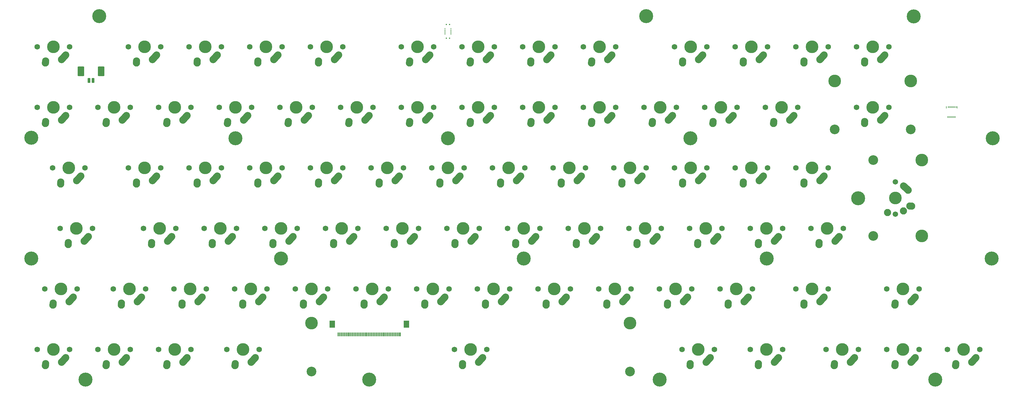
<source format=gbr>
%TF.GenerationSoftware,KiCad,Pcbnew,8.0.2-1*%
%TF.CreationDate,2024-08-02T01:43:08+02:00*%
%TF.ProjectId,keyboard,6b657962-6f61-4726-942e-6b696361645f,1.0*%
%TF.SameCoordinates,Original*%
%TF.FileFunction,Soldermask,Bot*%
%TF.FilePolarity,Negative*%
%FSLAX46Y46*%
G04 Gerber Fmt 4.6, Leading zero omitted, Abs format (unit mm)*
G04 Created by KiCad (PCBNEW 8.0.2-1) date 2024-08-02 01:43:08*
%MOMM*%
%LPD*%
G01*
G04 APERTURE LIST*
G04 Aperture macros list*
%AMRoundRect*
0 Rectangle with rounded corners*
0 $1 Rounding radius*
0 $2 $3 $4 $5 $6 $7 $8 $9 X,Y pos of 4 corners*
0 Add a 4 corners polygon primitive as box body*
4,1,4,$2,$3,$4,$5,$6,$7,$8,$9,$2,$3,0*
0 Add four circle primitives for the rounded corners*
1,1,$1+$1,$2,$3*
1,1,$1+$1,$4,$5*
1,1,$1+$1,$6,$7*
1,1,$1+$1,$8,$9*
0 Add four rect primitives between the rounded corners*
20,1,$1+$1,$2,$3,$4,$5,0*
20,1,$1+$1,$4,$5,$6,$7,0*
20,1,$1+$1,$6,$7,$8,$9,0*
20,1,$1+$1,$8,$9,$2,$3,0*%
%AMHorizOval*
0 Thick line with rounded ends*
0 $1 width*
0 $2 $3 position (X,Y) of the first rounded end (center of the circle)*
0 $4 $5 position (X,Y) of the second rounded end (center of the circle)*
0 Add line between two ends*
20,1,$1,$2,$3,$4,$5,0*
0 Add two circle primitives to create the rounded ends*
1,1,$1,$2,$3*
1,1,$1,$4,$5*%
G04 Aperture macros list end*
%ADD10C,1.750000*%
%ADD11C,3.987800*%
%ADD12HorizOval,2.250000X-0.655001X-0.730000X0.655001X0.730000X0*%
%ADD13C,2.250000*%
%ADD14HorizOval,2.250000X-0.020000X-0.290000X0.020000X0.290000X0*%
%ADD15C,3.048000*%
%ADD16C,1.701800*%
%ADD17HorizOval,2.250000X0.290000X-0.019999X-0.290000X0.019999X0*%
%ADD18HorizOval,2.250000X0.730004X-0.654995X-0.730004X0.654995X0*%
%ADD19C,2.600000*%
%ADD20C,4.400000*%
%ADD21R,0.300000X1.300000*%
%ADD22R,1.800000X2.200000*%
%ADD23R,0.200000X0.500000*%
%ADD24R,0.200000X0.650000*%
%ADD25RoundRect,0.200000X-0.200000X-0.600000X0.200000X-0.600000X0.200000X0.600000X-0.200000X0.600000X0*%
%ADD26RoundRect,0.250001X-0.799999X-1.249999X0.799999X-1.249999X0.799999X1.249999X-0.799999X1.249999X0*%
%ADD27R,0.400000X0.180000*%
%ADD28R,0.385000X0.400000*%
G04 APERTURE END LIST*
D10*
X234407767Y-134200000D03*
D11*
X229327767Y-134200000D03*
D10*
X224247767Y-134200000D03*
D12*
X232482766Y-137470000D03*
D13*
X231827767Y-138200000D03*
D14*
X226807767Y-138990000D03*
D13*
X226787767Y-139280000D03*
D10*
X162970267Y-153250000D03*
D11*
X157890267Y-153250000D03*
D10*
X152810267Y-153250000D03*
D12*
X161045266Y-156520000D03*
D13*
X160390267Y-157250000D03*
D14*
X155370267Y-158040000D03*
D13*
X155350267Y-158330000D03*
D10*
X91532767Y-191350000D03*
D11*
X86452767Y-191350000D03*
D10*
X81372767Y-191350000D03*
D12*
X89607766Y-194620000D03*
D13*
X88952767Y-195350000D03*
D14*
X83932767Y-196140000D03*
D13*
X83912767Y-196430000D03*
D10*
X296320267Y-153250000D03*
D11*
X291240267Y-153250000D03*
D10*
X286160267Y-153250000D03*
D12*
X294395266Y-156520000D03*
D13*
X293740267Y-157250000D03*
D14*
X288720267Y-158040000D03*
D13*
X288700267Y-158330000D03*
D10*
X258220267Y-153250000D03*
D11*
X253140267Y-153250000D03*
D10*
X248060267Y-153250000D03*
D12*
X256295266Y-156520000D03*
D13*
X255640267Y-157250000D03*
D14*
X250620267Y-158040000D03*
D13*
X250600267Y-158330000D03*
D10*
X262982767Y-115150000D03*
D11*
X257902767Y-115150000D03*
D10*
X252822767Y-115150000D03*
D12*
X261057766Y-118420000D03*
D13*
X260402767Y-119150000D03*
D14*
X255382767Y-119940000D03*
D13*
X255362767Y-120230000D03*
D15*
X324736517Y-131787000D03*
X324736517Y-155663000D03*
D16*
X331721517Y-138645000D03*
D11*
X331721517Y-143725000D03*
D16*
X331721517Y-148805000D03*
D11*
X339976517Y-131787000D03*
X339976517Y-155663000D03*
D13*
X334221517Y-147725000D03*
D17*
X336511517Y-146244999D03*
D13*
X336801517Y-146265000D03*
X329221517Y-148225000D03*
D18*
X334991521Y-140569995D03*
D13*
X335721517Y-141225000D03*
D19*
X215013767Y-162756000D03*
D20*
X215013767Y-162756000D03*
D19*
X291313767Y-162756000D03*
D20*
X291313767Y-162756000D03*
D19*
X81773767Y-86496000D03*
D20*
X81773767Y-86496000D03*
D10*
X120107767Y-96100000D03*
D11*
X115027767Y-96100000D03*
D10*
X109947767Y-96100000D03*
D12*
X118182766Y-99370000D03*
D13*
X117527767Y-100100000D03*
D14*
X112507767Y-100890000D03*
D13*
X112487767Y-101180000D03*
D10*
X291557767Y-134200000D03*
D11*
X286477767Y-134200000D03*
D10*
X281397767Y-134200000D03*
D12*
X289632766Y-137470000D03*
D13*
X288977767Y-138200000D03*
D14*
X283957767Y-138990000D03*
D13*
X283937767Y-139280000D03*
D10*
X77245267Y-134200000D03*
D11*
X72165267Y-134200000D03*
D10*
X67085267Y-134200000D03*
D12*
X75320266Y-137470000D03*
D13*
X74665267Y-138200000D03*
D14*
X69645267Y-138990000D03*
D13*
X69625267Y-139280000D03*
D10*
X132014017Y-191350000D03*
D11*
X126934017Y-191350000D03*
D10*
X121854017Y-191350000D03*
D12*
X130089016Y-194620000D03*
D13*
X129434017Y-195350000D03*
D14*
X124414017Y-196140000D03*
D13*
X124394017Y-196430000D03*
D10*
X158207767Y-96100000D03*
D11*
X153127767Y-96100000D03*
D10*
X148047767Y-96100000D03*
D12*
X156282766Y-99370000D03*
D13*
X155627767Y-100100000D03*
D14*
X150607767Y-100890000D03*
D13*
X150587767Y-101180000D03*
D10*
X124870267Y-153250000D03*
D11*
X119790267Y-153250000D03*
D10*
X114710267Y-153250000D03*
D12*
X122945266Y-156520000D03*
D13*
X122290267Y-157250000D03*
D14*
X117270267Y-158040000D03*
D13*
X117250267Y-158330000D03*
D10*
X291557767Y-96100000D03*
D11*
X286477767Y-96100000D03*
D10*
X281397767Y-96100000D03*
D12*
X289632766Y-99370000D03*
D13*
X288977767Y-100100000D03*
D14*
X283957767Y-100890000D03*
D13*
X283937767Y-101180000D03*
D10*
X358232767Y-191350000D03*
D11*
X353152767Y-191350000D03*
D10*
X348072767Y-191350000D03*
D12*
X356307766Y-194620000D03*
D13*
X355652767Y-195350000D03*
D14*
X350632767Y-196140000D03*
D13*
X350612767Y-196430000D03*
D10*
X186782767Y-115150000D03*
D11*
X181702767Y-115150000D03*
D10*
X176622767Y-115150000D03*
D12*
X184857766Y-118420000D03*
D13*
X184202767Y-119150000D03*
D14*
X179182767Y-119940000D03*
D13*
X179162767Y-120230000D03*
D10*
X277270267Y-153250000D03*
D11*
X272190267Y-153250000D03*
D10*
X267110267Y-153250000D03*
D12*
X275345266Y-156520000D03*
D13*
X274690267Y-157250000D03*
D14*
X269670267Y-158040000D03*
D13*
X269650267Y-158330000D03*
D19*
X191263767Y-124906000D03*
D20*
X191263767Y-124906000D03*
D10*
X229645267Y-172300000D03*
D11*
X224565267Y-172300000D03*
D10*
X219485267Y-172300000D03*
D12*
X227720266Y-175570000D03*
D13*
X227065267Y-176300000D03*
D14*
X222045267Y-177090000D03*
D13*
X222025267Y-177380000D03*
D10*
X296320267Y-191350000D03*
D11*
X291240267Y-191350000D03*
D10*
X286160267Y-191350000D03*
D12*
X294395266Y-194620000D03*
D13*
X293740267Y-195350000D03*
D14*
X288720267Y-196140000D03*
D13*
X288700267Y-196430000D03*
D19*
X253443767Y-86496000D03*
D20*
X253443767Y-86496000D03*
D10*
X172495267Y-172300000D03*
D11*
X167415267Y-172300000D03*
D10*
X162335267Y-172300000D03*
D12*
X170570266Y-175570000D03*
D13*
X169915267Y-176300000D03*
D14*
X164895267Y-177090000D03*
D13*
X164875267Y-177380000D03*
D10*
X253457767Y-134200000D03*
D11*
X248377767Y-134200000D03*
D10*
X243297767Y-134200000D03*
D12*
X251532766Y-137470000D03*
D13*
X250877767Y-138200000D03*
D14*
X245857767Y-138990000D03*
D13*
X245837767Y-139280000D03*
D19*
X60463767Y-124736000D03*
D20*
X60463767Y-124736000D03*
D10*
X139157767Y-134200000D03*
D11*
X134077767Y-134200000D03*
D10*
X128997767Y-134200000D03*
D12*
X137232766Y-137470000D03*
D13*
X136577767Y-138200000D03*
D14*
X131557767Y-138990000D03*
D13*
X131537767Y-139280000D03*
D10*
X167732767Y-115150000D03*
D11*
X162652767Y-115150000D03*
D10*
X157572767Y-115150000D03*
D12*
X165807766Y-118420000D03*
D13*
X165152767Y-119150000D03*
D14*
X160132767Y-119940000D03*
D13*
X160112767Y-120230000D03*
D10*
X282032767Y-115150000D03*
D11*
X276952767Y-115150000D03*
D10*
X271872767Y-115150000D03*
D12*
X280107766Y-118420000D03*
D13*
X279452767Y-119150000D03*
D14*
X274432767Y-119940000D03*
D13*
X274412767Y-120230000D03*
D10*
X158207767Y-134200000D03*
D11*
X153127767Y-134200000D03*
D10*
X148047767Y-134200000D03*
D12*
X156282766Y-137470000D03*
D13*
X155627767Y-138200000D03*
D14*
X150607767Y-138990000D03*
D13*
X150587767Y-139280000D03*
D10*
X205832767Y-96100000D03*
D11*
X200752767Y-96100000D03*
D10*
X195672767Y-96100000D03*
D12*
X203907766Y-99370000D03*
D13*
X203252767Y-100100000D03*
D14*
X198232767Y-100890000D03*
D13*
X198212767Y-101180000D03*
D10*
X120107767Y-134200000D03*
D11*
X115027767Y-134200000D03*
D10*
X109947767Y-134200000D03*
D12*
X118182766Y-137470000D03*
D13*
X117527767Y-138200000D03*
D14*
X112507767Y-138990000D03*
D13*
X112487767Y-139280000D03*
D10*
X79626517Y-153250000D03*
D11*
X74546517Y-153250000D03*
D10*
X69466517Y-153250000D03*
D12*
X77701516Y-156520000D03*
D13*
X77046517Y-157250000D03*
D14*
X72026517Y-158040000D03*
D13*
X72006517Y-158330000D03*
D15*
X336515767Y-122135000D03*
D11*
X336515767Y-106895000D03*
D10*
X329657767Y-115150000D03*
D11*
X324577767Y-115150000D03*
D10*
X319497767Y-115150000D03*
D15*
X312639767Y-122135000D03*
D11*
X312639767Y-106895000D03*
D12*
X327732766Y-118420000D03*
D13*
X327077767Y-119150000D03*
D14*
X322057767Y-119940000D03*
D13*
X322037767Y-120230000D03*
D15*
X248371417Y-198335000D03*
D11*
X248371417Y-183095000D03*
D10*
X203451517Y-191350000D03*
D11*
X198371517Y-191350000D03*
D10*
X193291517Y-191350000D03*
D15*
X148371617Y-198335000D03*
D11*
X148371617Y-183095000D03*
D12*
X201526516Y-194620000D03*
D13*
X200871517Y-195350000D03*
D14*
X195851517Y-196140000D03*
D13*
X195831517Y-196430000D03*
D10*
X310607767Y-172300000D03*
D11*
X305527767Y-172300000D03*
D10*
X300447767Y-172300000D03*
D12*
X308682766Y-175570000D03*
D13*
X308027767Y-176300000D03*
D14*
X303007767Y-177090000D03*
D13*
X302987767Y-177380000D03*
D10*
X315370267Y-153250000D03*
D11*
X310290267Y-153250000D03*
D10*
X305210267Y-153250000D03*
D12*
X313445266Y-156520000D03*
D13*
X312790267Y-157250000D03*
D14*
X307770267Y-158040000D03*
D13*
X307750267Y-158330000D03*
D10*
X101057767Y-96100000D03*
D11*
X95977767Y-96100000D03*
D10*
X90897767Y-96100000D03*
D12*
X99132766Y-99370000D03*
D13*
X98477767Y-100100000D03*
D14*
X93457767Y-100890000D03*
D13*
X93437767Y-101180000D03*
D10*
X320132767Y-191350000D03*
D11*
X315052767Y-191350000D03*
D10*
X309972767Y-191350000D03*
D12*
X318207766Y-194620000D03*
D13*
X317552767Y-195350000D03*
D14*
X312532767Y-196140000D03*
D13*
X312512767Y-196430000D03*
D19*
X320003767Y-143786000D03*
D20*
X320003767Y-143786000D03*
D10*
X74864017Y-172300000D03*
D11*
X69784017Y-172300000D03*
D10*
X64704017Y-172300000D03*
D12*
X72939016Y-175570000D03*
D13*
X72284017Y-176300000D03*
D14*
X67264017Y-177090000D03*
D13*
X67244017Y-177380000D03*
D10*
X215357767Y-134200000D03*
D11*
X210277767Y-134200000D03*
D10*
X205197767Y-134200000D03*
D12*
X213432766Y-137470000D03*
D13*
X212777767Y-138200000D03*
D14*
X207757767Y-138990000D03*
D13*
X207737767Y-139280000D03*
D10*
X301082767Y-115150000D03*
D11*
X296002767Y-115150000D03*
D10*
X290922767Y-115150000D03*
D12*
X299157766Y-118420000D03*
D13*
X298502767Y-119150000D03*
D14*
X293482767Y-119940000D03*
D13*
X293462767Y-120230000D03*
D19*
X362253767Y-124906000D03*
D20*
X362253767Y-124906000D03*
D10*
X72482767Y-115150000D03*
D11*
X67402767Y-115150000D03*
D10*
X62322767Y-115150000D03*
D12*
X70557766Y-118420000D03*
D13*
X69902767Y-119150000D03*
D14*
X64882767Y-119940000D03*
D13*
X64862767Y-120230000D03*
D10*
X115345267Y-172300000D03*
D11*
X110265267Y-172300000D03*
D10*
X105185267Y-172300000D03*
D12*
X113420266Y-175570000D03*
D13*
X112765267Y-176300000D03*
D14*
X107745267Y-177090000D03*
D13*
X107725267Y-177380000D03*
D19*
X267373767Y-124906000D03*
D20*
X267373767Y-124906000D03*
D10*
X310607767Y-134200000D03*
D11*
X305527767Y-134200000D03*
D10*
X300447767Y-134200000D03*
D12*
X308682766Y-137470000D03*
D13*
X308027767Y-138200000D03*
D14*
X303007767Y-138990000D03*
D13*
X302987767Y-139280000D03*
D10*
X196307767Y-134200000D03*
D11*
X191227767Y-134200000D03*
D10*
X186147767Y-134200000D03*
D12*
X194382766Y-137470000D03*
D13*
X193727767Y-138200000D03*
D14*
X188707767Y-138990000D03*
D13*
X188687767Y-139280000D03*
D19*
X166543767Y-200836000D03*
D20*
X166543767Y-200836000D03*
D19*
X337500000Y-86516000D03*
D20*
X337500000Y-86516000D03*
D10*
X105820267Y-153250000D03*
D11*
X100740267Y-153250000D03*
D10*
X95660267Y-153250000D03*
D12*
X103895266Y-156520000D03*
D13*
X103240267Y-157250000D03*
D14*
X98220267Y-158040000D03*
D13*
X98200267Y-158330000D03*
D10*
X274889017Y-191350000D03*
D11*
X269809017Y-191350000D03*
D10*
X264729017Y-191350000D03*
D12*
X272964016Y-194620000D03*
D13*
X272309017Y-195350000D03*
D14*
X267289017Y-196140000D03*
D13*
X267269017Y-196430000D03*
D10*
X91532767Y-115150000D03*
D11*
X86452767Y-115150000D03*
D10*
X81372767Y-115150000D03*
D12*
X89607766Y-118420000D03*
D13*
X88952767Y-119150000D03*
D14*
X83932767Y-119940000D03*
D13*
X83912767Y-120230000D03*
D10*
X248695267Y-172300000D03*
D11*
X243615267Y-172300000D03*
D10*
X238535267Y-172300000D03*
D12*
X246770266Y-175570000D03*
D13*
X246115267Y-176300000D03*
D14*
X241095267Y-177090000D03*
D13*
X241075267Y-177380000D03*
D19*
X77433767Y-200836000D03*
D20*
X77433767Y-200836000D03*
D19*
X257713767Y-200836000D03*
D20*
X257713767Y-200836000D03*
D10*
X272507767Y-96100000D03*
D11*
X267427767Y-96100000D03*
D10*
X262347767Y-96100000D03*
D12*
X270582766Y-99370000D03*
D13*
X269927767Y-100100000D03*
D14*
X264907767Y-100890000D03*
D13*
X264887767Y-101180000D03*
D10*
X220120267Y-153250000D03*
D11*
X215040267Y-153250000D03*
D10*
X209960267Y-153250000D03*
D12*
X218195266Y-156520000D03*
D13*
X217540267Y-157250000D03*
D14*
X212520267Y-158040000D03*
D13*
X212500267Y-158330000D03*
D19*
X344213767Y-200836000D03*
D20*
X344213767Y-200836000D03*
D10*
X110582767Y-115150000D03*
D11*
X105502767Y-115150000D03*
D10*
X100422767Y-115150000D03*
D12*
X108657766Y-118420000D03*
D13*
X108002767Y-119150000D03*
D14*
X102982767Y-119940000D03*
D13*
X102962767Y-120230000D03*
D10*
X148682767Y-115150000D03*
D11*
X143602767Y-115150000D03*
D10*
X138522767Y-115150000D03*
D12*
X146757766Y-118420000D03*
D13*
X146102767Y-119150000D03*
D14*
X141082767Y-119940000D03*
D13*
X141062767Y-120230000D03*
D10*
X329657767Y-96100000D03*
D11*
X324577767Y-96100000D03*
D10*
X319497767Y-96100000D03*
D12*
X327732766Y-99370000D03*
D13*
X327077767Y-100100000D03*
D14*
X322057767Y-100890000D03*
D13*
X322037767Y-101180000D03*
D10*
X110582767Y-191350000D03*
D11*
X105502767Y-191350000D03*
D10*
X100422767Y-191350000D03*
D12*
X108657766Y-194620000D03*
D13*
X108002767Y-195350000D03*
D14*
X102982767Y-196140000D03*
D13*
X102962767Y-196430000D03*
D10*
X224882767Y-115150000D03*
D11*
X219802767Y-115150000D03*
D10*
X214722767Y-115150000D03*
D12*
X222957766Y-118420000D03*
D13*
X222302767Y-119150000D03*
D14*
X217282767Y-119940000D03*
D13*
X217262767Y-120230000D03*
D10*
X339182767Y-172300000D03*
D11*
X334102767Y-172300000D03*
D10*
X329022767Y-172300000D03*
D12*
X337257766Y-175570000D03*
D13*
X336602767Y-176300000D03*
D14*
X331582767Y-177090000D03*
D13*
X331562767Y-177380000D03*
D19*
X60463767Y-162756000D03*
D20*
X60463767Y-162756000D03*
D10*
X210595267Y-172300000D03*
D11*
X205515267Y-172300000D03*
D10*
X200435267Y-172300000D03*
D12*
X208670266Y-175570000D03*
D13*
X208015267Y-176300000D03*
D14*
X202995267Y-177090000D03*
D13*
X202975267Y-177380000D03*
D10*
X267745267Y-172300000D03*
D11*
X262665267Y-172300000D03*
D10*
X257585267Y-172300000D03*
D12*
X265820266Y-175570000D03*
D13*
X265165267Y-176300000D03*
D14*
X260145267Y-177090000D03*
D13*
X260125267Y-177380000D03*
D10*
X243932767Y-96100000D03*
D11*
X238852767Y-96100000D03*
D10*
X233772767Y-96100000D03*
D12*
X242007766Y-99370000D03*
D13*
X241352767Y-100100000D03*
D14*
X236332767Y-100890000D03*
D13*
X236312767Y-101180000D03*
D10*
X243932767Y-115150000D03*
D11*
X238852767Y-115150000D03*
D10*
X233772767Y-115150000D03*
D12*
X242007766Y-118420000D03*
D13*
X241352767Y-119150000D03*
D14*
X236332767Y-119940000D03*
D13*
X236312767Y-120230000D03*
D10*
X72482767Y-191350000D03*
D11*
X67402767Y-191350000D03*
D10*
X62322767Y-191350000D03*
D12*
X70557766Y-194620000D03*
D13*
X69902767Y-195350000D03*
D14*
X64882767Y-196140000D03*
D13*
X64862767Y-196430000D03*
D10*
X177257767Y-134200000D03*
D11*
X172177767Y-134200000D03*
D10*
X167097767Y-134200000D03*
D12*
X175332766Y-137470000D03*
D13*
X174677767Y-138200000D03*
D14*
X169657767Y-138990000D03*
D13*
X169637767Y-139280000D03*
D10*
X239170267Y-153250000D03*
D11*
X234090267Y-153250000D03*
D10*
X229010267Y-153250000D03*
D12*
X237245266Y-156520000D03*
D13*
X236590267Y-157250000D03*
D14*
X231570267Y-158040000D03*
D13*
X231550267Y-158330000D03*
D19*
X138863767Y-162756000D03*
D20*
X138863767Y-162756000D03*
D10*
X72482767Y-96100000D03*
D11*
X67402767Y-96100000D03*
D10*
X62322767Y-96100000D03*
D12*
X70557766Y-99370000D03*
D13*
X69902767Y-100100000D03*
D14*
X64882767Y-100890000D03*
D13*
X64862767Y-101180000D03*
D10*
X153445267Y-172300000D03*
D11*
X148365267Y-172300000D03*
D10*
X143285267Y-172300000D03*
D12*
X151520266Y-175570000D03*
D13*
X150865267Y-176300000D03*
D14*
X145845267Y-177090000D03*
D13*
X145825267Y-177380000D03*
D10*
X272507767Y-134200000D03*
D11*
X267427767Y-134200000D03*
D10*
X262347767Y-134200000D03*
D12*
X270582766Y-137470000D03*
D13*
X269927767Y-138200000D03*
D14*
X264907767Y-138990000D03*
D13*
X264887767Y-139280000D03*
D10*
X205832767Y-115150000D03*
D11*
X200752767Y-115150000D03*
D10*
X195672767Y-115150000D03*
D12*
X203907766Y-118420000D03*
D13*
X203252767Y-119150000D03*
D14*
X198232767Y-119940000D03*
D13*
X198212767Y-120230000D03*
D10*
X129632767Y-115150000D03*
D11*
X124552767Y-115150000D03*
D10*
X119472767Y-115150000D03*
D12*
X127707766Y-118420000D03*
D13*
X127052767Y-119150000D03*
D14*
X122032767Y-119940000D03*
D13*
X122012767Y-120230000D03*
D19*
X361963767Y-162756000D03*
D20*
X361963767Y-162756000D03*
D10*
X96295267Y-172300000D03*
D11*
X91215267Y-172300000D03*
D10*
X86135267Y-172300000D03*
D12*
X94370266Y-175570000D03*
D13*
X93715267Y-176300000D03*
D14*
X88695267Y-177090000D03*
D13*
X88675267Y-177380000D03*
D10*
X101057767Y-134200000D03*
D11*
X95977767Y-134200000D03*
D10*
X90897767Y-134200000D03*
D12*
X99132766Y-137470000D03*
D13*
X98477767Y-138200000D03*
D14*
X93457767Y-138990000D03*
D13*
X93437767Y-139280000D03*
D10*
X139157767Y-96100000D03*
D11*
X134077767Y-96100000D03*
D10*
X128997767Y-96100000D03*
D12*
X137232766Y-99370000D03*
D13*
X136577767Y-100100000D03*
D14*
X131557767Y-100890000D03*
D13*
X131537767Y-101180000D03*
D10*
X182020267Y-153250000D03*
D11*
X176940267Y-153250000D03*
D10*
X171860267Y-153250000D03*
D12*
X180095266Y-156520000D03*
D13*
X179440267Y-157250000D03*
D14*
X174420267Y-158040000D03*
D13*
X174400267Y-158330000D03*
D10*
X310607767Y-96100000D03*
D11*
X305527767Y-96100000D03*
D10*
X300447767Y-96100000D03*
D12*
X308682766Y-99370000D03*
D13*
X308027767Y-100100000D03*
D14*
X303007767Y-100890000D03*
D13*
X302987767Y-101180000D03*
D10*
X134395267Y-172300000D03*
D11*
X129315267Y-172300000D03*
D10*
X124235267Y-172300000D03*
D12*
X132470266Y-175570000D03*
D13*
X131815267Y-176300000D03*
D14*
X126795267Y-177090000D03*
D13*
X126775267Y-177380000D03*
D10*
X224870000Y-96100000D03*
D11*
X219790000Y-96100000D03*
D10*
X214710000Y-96100000D03*
D12*
X222944999Y-99370000D03*
D13*
X222290000Y-100100000D03*
D14*
X217270000Y-100890000D03*
D13*
X217250000Y-101180000D03*
D19*
X124543767Y-124906000D03*
D20*
X124543767Y-124906000D03*
D10*
X201070267Y-153250000D03*
D11*
X195990267Y-153250000D03*
D10*
X190910267Y-153250000D03*
D12*
X199145266Y-156520000D03*
D13*
X198490267Y-157250000D03*
D14*
X193470267Y-158040000D03*
D13*
X193450267Y-158330000D03*
D10*
X143920267Y-153250000D03*
D11*
X138840267Y-153250000D03*
D10*
X133760267Y-153250000D03*
D12*
X141995266Y-156520000D03*
D13*
X141340267Y-157250000D03*
D14*
X136320267Y-158040000D03*
D13*
X136300267Y-158330000D03*
D10*
X186782767Y-96100000D03*
D11*
X181702767Y-96100000D03*
D10*
X176622767Y-96100000D03*
D12*
X184857766Y-99370000D03*
D13*
X184202767Y-100100000D03*
D14*
X179182767Y-100890000D03*
D13*
X179162767Y-101180000D03*
D10*
X191545267Y-172300000D03*
D11*
X186465267Y-172300000D03*
D10*
X181385267Y-172300000D03*
D12*
X189620266Y-175570000D03*
D13*
X188965267Y-176300000D03*
D14*
X183945267Y-177090000D03*
D13*
X183925267Y-177380000D03*
D10*
X339182767Y-191350000D03*
D11*
X334102767Y-191350000D03*
D10*
X329022767Y-191350000D03*
D12*
X337257766Y-194620000D03*
D13*
X336602767Y-195350000D03*
D14*
X331582767Y-196140000D03*
D13*
X331562767Y-196430000D03*
D10*
X286795267Y-172300000D03*
D11*
X281715267Y-172300000D03*
D10*
X276635267Y-172300000D03*
D12*
X284870266Y-175570000D03*
D13*
X284215267Y-176300000D03*
D14*
X279195267Y-177090000D03*
D13*
X279175267Y-177380000D03*
D21*
X156793767Y-186630000D03*
X157293767Y-186630000D03*
X157793767Y-186630000D03*
X158293767Y-186630000D03*
X158793767Y-186630000D03*
X159293767Y-186630000D03*
X159793767Y-186630000D03*
X160293767Y-186630000D03*
X160793767Y-186630000D03*
X161293767Y-186630000D03*
X161793767Y-186630000D03*
X162293767Y-186630000D03*
X162793767Y-186630000D03*
X163293767Y-186630000D03*
X163793767Y-186630000D03*
X164293767Y-186630000D03*
X164793767Y-186630000D03*
X165293767Y-186630000D03*
X165793767Y-186630000D03*
X166293767Y-186630000D03*
X166793767Y-186630000D03*
X167293767Y-186630000D03*
X167793767Y-186630000D03*
X168293767Y-186630000D03*
X168793767Y-186630000D03*
X169293767Y-186630000D03*
X169793767Y-186630000D03*
X170293767Y-186630000D03*
X170793767Y-186630000D03*
X171293767Y-186630000D03*
X171793767Y-186630000D03*
X172293767Y-186630000D03*
X172793767Y-186630000D03*
X173293767Y-186630000D03*
X173793767Y-186630000D03*
X174293767Y-186630000D03*
X174793767Y-186630000D03*
X175293767Y-186630000D03*
X175793767Y-186630000D03*
X176293767Y-186630000D03*
D22*
X154893767Y-183380000D03*
X178193767Y-183380000D03*
D23*
X350713000Y-115075000D03*
X350538000Y-118225000D03*
X350362000Y-115075000D03*
X350188000Y-118225000D03*
X350012000Y-115075000D03*
X349838000Y-118225000D03*
X349663000Y-115075000D03*
X349488000Y-118225000D03*
X349313000Y-115075000D03*
X349137000Y-118225000D03*
X348962000Y-115075000D03*
X348788000Y-118225000D03*
X348613000Y-115075000D03*
X348438000Y-118225000D03*
X348262000Y-115075000D03*
X348087000Y-118225000D03*
D24*
X351112000Y-115150000D03*
X347687000Y-115150000D03*
D25*
X78575000Y-106700000D03*
X79825000Y-106700000D03*
D26*
X76025000Y-103800000D03*
X82375000Y-103800000D03*
D27*
X192203767Y-90391000D03*
X190303767Y-90391000D03*
X192203767Y-90741000D03*
X190303767Y-90741000D03*
X192203767Y-91091000D03*
X190303767Y-91091000D03*
X192203767Y-91441000D03*
X190303767Y-91441000D03*
X192203767Y-91791000D03*
X190303767Y-91791000D03*
X192203767Y-92141000D03*
X190303767Y-92141000D03*
D28*
X191735767Y-89111000D03*
X190771767Y-89111000D03*
X191735767Y-93421000D03*
X190771767Y-93421000D03*
M02*

</source>
